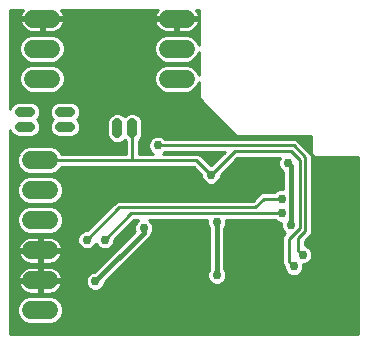
<source format=gbl>
G75*
%MOIN*%
%OFA0B0*%
%FSLAX25Y25*%
%IPPOS*%
%LPD*%
%AMOC8*
5,1,8,0,0,1.08239X$1,22.5*
%
%ADD10C,0.05906*%
%ADD11C,0.03369*%
%ADD12C,0.02975*%
%ADD13C,0.01000*%
%ADD14C,0.01600*%
D10*
X0128491Y0121850D02*
X0134396Y0121850D01*
X0134396Y0131850D02*
X0128491Y0131850D01*
X0128491Y0141850D02*
X0134396Y0141850D01*
X0134396Y0151850D02*
X0128491Y0151850D01*
X0128491Y0161850D02*
X0134396Y0161850D01*
X0134396Y0171850D02*
X0128491Y0171850D01*
X0129121Y0199094D02*
X0135026Y0199094D01*
X0135026Y0209094D02*
X0129121Y0209094D01*
X0129121Y0219094D02*
X0135026Y0219094D01*
X0174003Y0219094D02*
X0179908Y0219094D01*
X0179908Y0209094D02*
X0174003Y0209094D01*
X0174003Y0199094D02*
X0179908Y0199094D01*
D11*
X0162093Y0184204D02*
X0162093Y0180835D01*
X0157172Y0180835D02*
X0157172Y0184204D01*
X0141435Y0183012D02*
X0138066Y0183012D01*
X0138066Y0187933D02*
X0141435Y0187933D01*
X0128049Y0187933D02*
X0124681Y0187933D01*
X0124681Y0183012D02*
X0128049Y0183012D01*
D12*
X0170656Y0176811D03*
X0176656Y0181433D03*
X0188073Y0173165D03*
X0188373Y0166969D03*
X0184727Y0159780D03*
X0190341Y0151220D03*
X0200790Y0160724D03*
X0211995Y0159094D03*
X0211995Y0154173D03*
X0214948Y0150236D03*
X0221459Y0144976D03*
X0218885Y0140394D03*
X0215932Y0136457D03*
X0216538Y0130213D03*
X0203743Y0132181D03*
X0190341Y0133504D03*
X0180790Y0133402D03*
X0165932Y0149252D03*
X0173310Y0150331D03*
X0152940Y0145315D03*
X0147034Y0145315D03*
X0149790Y0131535D03*
X0214570Y0115449D03*
X0213963Y0170906D03*
D13*
X0121475Y0181907D02*
X0121475Y0113850D01*
X0237475Y0113850D01*
X0237475Y0172843D01*
X0222977Y0172843D01*
X0222069Y0173751D01*
X0222069Y0147356D01*
X0219707Y0144994D01*
X0219707Y0143503D01*
X0220690Y0143096D01*
X0221587Y0142199D01*
X0222072Y0141028D01*
X0222072Y0139760D01*
X0221587Y0138588D01*
X0220690Y0137692D01*
X0219519Y0137206D01*
X0219071Y0137206D01*
X0219119Y0137091D01*
X0219119Y0135823D01*
X0218634Y0134651D01*
X0217737Y0133755D01*
X0216566Y0133269D01*
X0215298Y0133269D01*
X0214126Y0133755D01*
X0213230Y0134651D01*
X0212744Y0135823D01*
X0212744Y0136533D01*
X0212157Y0137120D01*
X0212157Y0146620D01*
X0213107Y0147570D01*
X0212245Y0148431D01*
X0211760Y0149602D01*
X0211760Y0150870D01*
X0211808Y0150986D01*
X0211361Y0150986D01*
X0210189Y0151471D01*
X0209687Y0151973D01*
X0193479Y0151973D01*
X0193529Y0151854D01*
X0193529Y0150586D01*
X0193043Y0149415D01*
X0192841Y0149213D01*
X0192841Y0135512D01*
X0193043Y0135309D01*
X0193529Y0134138D01*
X0193529Y0132870D01*
X0193043Y0131698D01*
X0192147Y0130802D01*
X0190975Y0130317D01*
X0189707Y0130317D01*
X0188536Y0130802D01*
X0187639Y0131698D01*
X0187154Y0132870D01*
X0187154Y0134138D01*
X0187639Y0135309D01*
X0187841Y0135512D01*
X0187841Y0149213D01*
X0187639Y0149415D01*
X0187154Y0150586D01*
X0187154Y0151854D01*
X0187203Y0151973D01*
X0167691Y0151973D01*
X0167737Y0151954D01*
X0168634Y0151057D01*
X0169119Y0149886D01*
X0169119Y0148618D01*
X0168634Y0147446D01*
X0168432Y0147244D01*
X0168432Y0147180D01*
X0168051Y0146261D01*
X0152977Y0131187D01*
X0152977Y0130901D01*
X0152492Y0129730D01*
X0151596Y0128833D01*
X0150424Y0128348D01*
X0149156Y0128348D01*
X0147984Y0128833D01*
X0147088Y0129730D01*
X0146603Y0130901D01*
X0146603Y0132169D01*
X0147088Y0133341D01*
X0147984Y0134238D01*
X0149156Y0134723D01*
X0149442Y0134723D01*
X0162918Y0148199D01*
X0162744Y0148618D01*
X0162744Y0149886D01*
X0163230Y0151057D01*
X0164126Y0151954D01*
X0164172Y0151973D01*
X0162709Y0151973D01*
X0156127Y0145391D01*
X0156127Y0144681D01*
X0155642Y0143509D01*
X0154745Y0142613D01*
X0153574Y0142128D01*
X0152306Y0142128D01*
X0151134Y0142613D01*
X0150237Y0143509D01*
X0149987Y0144114D01*
X0149736Y0143509D01*
X0148840Y0142613D01*
X0147668Y0142128D01*
X0146400Y0142128D01*
X0145229Y0142613D01*
X0144332Y0143509D01*
X0143847Y0144681D01*
X0143847Y0145949D01*
X0144332Y0147120D01*
X0145229Y0148017D01*
X0146400Y0148502D01*
X0147110Y0148502D01*
X0156950Y0158342D01*
X0202225Y0158342D01*
X0205178Y0161294D01*
X0209687Y0161294D01*
X0210189Y0161797D01*
X0211361Y0162282D01*
X0212448Y0162282D01*
X0212448Y0168083D01*
X0212158Y0168203D01*
X0211261Y0169100D01*
X0210776Y0170271D01*
X0210776Y0171540D01*
X0211233Y0172643D01*
X0197158Y0172643D01*
X0191560Y0167045D01*
X0191560Y0166334D01*
X0191075Y0165163D01*
X0190178Y0164266D01*
X0189007Y0163781D01*
X0187739Y0163781D01*
X0186567Y0164266D01*
X0185671Y0165163D01*
X0185185Y0166334D01*
X0185185Y0167045D01*
X0182580Y0169650D01*
X0138521Y0169650D01*
X0138341Y0169215D01*
X0137032Y0167906D01*
X0135322Y0167198D01*
X0127565Y0167198D01*
X0125855Y0167906D01*
X0124546Y0169215D01*
X0123838Y0170925D01*
X0123838Y0172776D01*
X0124546Y0174486D01*
X0125855Y0175795D01*
X0127565Y0176503D01*
X0135322Y0176503D01*
X0137032Y0175795D01*
X0138341Y0174486D01*
X0138521Y0174050D01*
X0159893Y0174050D01*
X0159893Y0178249D01*
X0159633Y0178510D01*
X0159089Y0177966D01*
X0157845Y0177451D01*
X0156499Y0177451D01*
X0155255Y0177966D01*
X0154303Y0178918D01*
X0153788Y0180162D01*
X0153788Y0184877D01*
X0154303Y0186121D01*
X0155255Y0187073D01*
X0156499Y0187588D01*
X0157845Y0187588D01*
X0159089Y0187073D01*
X0159633Y0186529D01*
X0160176Y0187073D01*
X0161420Y0187588D01*
X0162766Y0187588D01*
X0164010Y0187073D01*
X0164962Y0186121D01*
X0165477Y0184877D01*
X0165477Y0180162D01*
X0164962Y0178918D01*
X0164293Y0178249D01*
X0164293Y0174050D01*
X0168992Y0174050D01*
X0168851Y0174109D01*
X0167954Y0175005D01*
X0167469Y0176177D01*
X0167469Y0177445D01*
X0167954Y0178617D01*
X0168851Y0179513D01*
X0170022Y0179998D01*
X0171290Y0179998D01*
X0172462Y0179513D01*
X0172964Y0179011D01*
X0216843Y0179011D01*
X0221806Y0174048D01*
X0221806Y0179929D01*
X0196993Y0179929D01*
X0195822Y0181101D01*
X0195822Y0181101D01*
X0184404Y0192518D01*
X0184404Y0197791D01*
X0183853Y0196459D01*
X0182544Y0195150D01*
X0180834Y0194442D01*
X0173077Y0194442D01*
X0171367Y0195150D01*
X0170058Y0196459D01*
X0169350Y0198169D01*
X0169350Y0200020D01*
X0170058Y0201730D01*
X0171367Y0203039D01*
X0173077Y0203747D01*
X0180834Y0203747D01*
X0182544Y0203039D01*
X0183853Y0201730D01*
X0184404Y0200398D01*
X0184404Y0207791D01*
X0183853Y0206459D01*
X0182544Y0205150D01*
X0180834Y0204442D01*
X0173077Y0204442D01*
X0171367Y0205150D01*
X0170058Y0206459D01*
X0169350Y0208169D01*
X0169350Y0210020D01*
X0170058Y0211730D01*
X0171367Y0213039D01*
X0173077Y0213747D01*
X0180834Y0213747D01*
X0182544Y0213039D01*
X0183853Y0211730D01*
X0184404Y0210398D01*
X0184404Y0222055D01*
X0183245Y0222055D01*
X0183304Y0221995D01*
X0183716Y0221428D01*
X0184035Y0220804D01*
X0184251Y0220137D01*
X0184340Y0219579D01*
X0177440Y0219579D01*
X0177440Y0218610D01*
X0184340Y0218610D01*
X0184251Y0218052D01*
X0184035Y0217385D01*
X0183716Y0216761D01*
X0183304Y0216194D01*
X0182809Y0215698D01*
X0182242Y0215286D01*
X0181617Y0214968D01*
X0180951Y0214751D01*
X0180259Y0214642D01*
X0177440Y0214642D01*
X0177440Y0218610D01*
X0176471Y0218610D01*
X0176471Y0214642D01*
X0173652Y0214642D01*
X0172960Y0214751D01*
X0172293Y0214968D01*
X0171669Y0215286D01*
X0171102Y0215698D01*
X0170606Y0216194D01*
X0170194Y0216761D01*
X0169876Y0217385D01*
X0169660Y0218052D01*
X0169571Y0218610D01*
X0176471Y0218610D01*
X0176471Y0219579D01*
X0169571Y0219579D01*
X0169660Y0220137D01*
X0169876Y0220804D01*
X0170194Y0221428D01*
X0170606Y0221995D01*
X0170666Y0222055D01*
X0138363Y0222055D01*
X0138423Y0221995D01*
X0138835Y0221428D01*
X0139153Y0220804D01*
X0139369Y0220137D01*
X0139458Y0219579D01*
X0132558Y0219579D01*
X0132558Y0218610D01*
X0139458Y0218610D01*
X0139369Y0218052D01*
X0139153Y0217385D01*
X0138835Y0216761D01*
X0138423Y0216194D01*
X0137927Y0215698D01*
X0137360Y0215286D01*
X0136736Y0214968D01*
X0136069Y0214751D01*
X0135377Y0214642D01*
X0132558Y0214642D01*
X0132558Y0218610D01*
X0131589Y0218610D01*
X0131589Y0214642D01*
X0128770Y0214642D01*
X0128078Y0214751D01*
X0127411Y0214968D01*
X0126787Y0215286D01*
X0126220Y0215698D01*
X0125724Y0216194D01*
X0125312Y0216761D01*
X0124994Y0217385D01*
X0124778Y0218052D01*
X0124689Y0218610D01*
X0131589Y0218610D01*
X0131589Y0219579D01*
X0124689Y0219579D01*
X0124778Y0220137D01*
X0124994Y0220804D01*
X0125312Y0221428D01*
X0125724Y0221995D01*
X0125784Y0222055D01*
X0121475Y0222055D01*
X0121475Y0189038D01*
X0121812Y0189850D01*
X0122764Y0190802D01*
X0124007Y0191317D01*
X0128722Y0191317D01*
X0129966Y0190802D01*
X0130918Y0189850D01*
X0131433Y0188606D01*
X0131433Y0187260D01*
X0130918Y0186016D01*
X0130374Y0185472D01*
X0130918Y0184929D01*
X0131433Y0183685D01*
X0131433Y0182339D01*
X0130918Y0181095D01*
X0129966Y0180143D01*
X0128722Y0179628D01*
X0124007Y0179628D01*
X0122764Y0180143D01*
X0121812Y0181095D01*
X0121475Y0181907D01*
X0121475Y0181746D02*
X0121542Y0181746D01*
X0121475Y0180748D02*
X0122159Y0180748D01*
X0121475Y0179749D02*
X0123714Y0179749D01*
X0121475Y0178751D02*
X0154471Y0178751D01*
X0153959Y0179749D02*
X0142402Y0179749D01*
X0142108Y0179628D02*
X0143352Y0180143D01*
X0144304Y0181095D01*
X0144819Y0182339D01*
X0144819Y0183685D01*
X0144304Y0184929D01*
X0143760Y0185472D01*
X0144304Y0186016D01*
X0144819Y0187260D01*
X0144819Y0188606D01*
X0144304Y0189850D01*
X0143352Y0190802D01*
X0142108Y0191317D01*
X0137393Y0191317D01*
X0136149Y0190802D01*
X0135197Y0189850D01*
X0134682Y0188606D01*
X0134682Y0187260D01*
X0135197Y0186016D01*
X0135741Y0185472D01*
X0135197Y0184929D01*
X0134682Y0183685D01*
X0134682Y0182339D01*
X0135197Y0181095D01*
X0136149Y0180143D01*
X0137393Y0179628D01*
X0142108Y0179628D01*
X0143957Y0180748D02*
X0153788Y0180748D01*
X0153788Y0181746D02*
X0144574Y0181746D01*
X0144819Y0182745D02*
X0153788Y0182745D01*
X0153788Y0183743D02*
X0144795Y0183743D01*
X0144381Y0184742D02*
X0153788Y0184742D01*
X0154145Y0185740D02*
X0144028Y0185740D01*
X0144603Y0186739D02*
X0154921Y0186739D01*
X0159423Y0186739D02*
X0159842Y0186739D01*
X0164344Y0186739D02*
X0190183Y0186739D01*
X0189185Y0187737D02*
X0144819Y0187737D01*
X0144766Y0188736D02*
X0188186Y0188736D01*
X0187188Y0189734D02*
X0144352Y0189734D01*
X0143421Y0190733D02*
X0186189Y0190733D01*
X0185191Y0191731D02*
X0121475Y0191731D01*
X0121475Y0190733D02*
X0122694Y0190733D01*
X0121764Y0189734D02*
X0121475Y0189734D01*
X0121475Y0192730D02*
X0184404Y0192730D01*
X0184404Y0193728D02*
X0121475Y0193728D01*
X0121475Y0194727D02*
X0127507Y0194727D01*
X0128195Y0194442D02*
X0126485Y0195150D01*
X0125176Y0196459D01*
X0124468Y0198169D01*
X0124468Y0200020D01*
X0125176Y0201730D01*
X0126485Y0203039D01*
X0128195Y0203747D01*
X0135952Y0203747D01*
X0137662Y0203039D01*
X0138971Y0201730D01*
X0139679Y0200020D01*
X0139679Y0198169D01*
X0138971Y0196459D01*
X0137662Y0195150D01*
X0135952Y0194442D01*
X0128195Y0194442D01*
X0125910Y0195725D02*
X0121475Y0195725D01*
X0121475Y0196724D02*
X0125067Y0196724D01*
X0124653Y0197722D02*
X0121475Y0197722D01*
X0121475Y0198721D02*
X0124468Y0198721D01*
X0124468Y0199719D02*
X0121475Y0199719D01*
X0121475Y0200718D02*
X0124757Y0200718D01*
X0125171Y0201716D02*
X0121475Y0201716D01*
X0121475Y0202715D02*
X0126161Y0202715D01*
X0128114Y0203713D02*
X0121475Y0203713D01*
X0121475Y0204712D02*
X0127543Y0204712D01*
X0128195Y0204442D02*
X0126485Y0205150D01*
X0125176Y0206459D01*
X0124468Y0208169D01*
X0124468Y0210020D01*
X0125176Y0211730D01*
X0126485Y0213039D01*
X0128195Y0213747D01*
X0135952Y0213747D01*
X0137662Y0213039D01*
X0138971Y0211730D01*
X0139679Y0210020D01*
X0139679Y0208169D01*
X0138971Y0206459D01*
X0137662Y0205150D01*
X0135952Y0204442D01*
X0128195Y0204442D01*
X0125925Y0205710D02*
X0121475Y0205710D01*
X0121475Y0206709D02*
X0125073Y0206709D01*
X0124659Y0207707D02*
X0121475Y0207707D01*
X0121475Y0208706D02*
X0124468Y0208706D01*
X0124468Y0209705D02*
X0121475Y0209705D01*
X0121475Y0210703D02*
X0124751Y0210703D01*
X0125165Y0211702D02*
X0121475Y0211702D01*
X0121475Y0212700D02*
X0126146Y0212700D01*
X0128078Y0213699D02*
X0121475Y0213699D01*
X0121475Y0214697D02*
X0128421Y0214697D01*
X0126223Y0215696D02*
X0121475Y0215696D01*
X0121475Y0216694D02*
X0125361Y0216694D01*
X0124894Y0217693D02*
X0121475Y0217693D01*
X0121475Y0218691D02*
X0131589Y0218691D01*
X0132558Y0218691D02*
X0176471Y0218691D01*
X0177440Y0218691D02*
X0184404Y0218691D01*
X0184404Y0217693D02*
X0184135Y0217693D01*
X0184404Y0216694D02*
X0183668Y0216694D01*
X0184404Y0215696D02*
X0182805Y0215696D01*
X0184404Y0214697D02*
X0180608Y0214697D01*
X0180951Y0213699D02*
X0184404Y0213699D01*
X0184404Y0212700D02*
X0182883Y0212700D01*
X0183864Y0211702D02*
X0184404Y0211702D01*
X0184404Y0210703D02*
X0184278Y0210703D01*
X0177440Y0214697D02*
X0176471Y0214697D01*
X0176471Y0215696D02*
X0177440Y0215696D01*
X0177440Y0216694D02*
X0176471Y0216694D01*
X0176471Y0217693D02*
X0177440Y0217693D01*
X0184322Y0219690D02*
X0184404Y0219690D01*
X0184404Y0220688D02*
X0184072Y0220688D01*
X0184404Y0221687D02*
X0183529Y0221687D01*
X0173303Y0214697D02*
X0135726Y0214697D01*
X0136069Y0213699D02*
X0172960Y0213699D01*
X0171028Y0212700D02*
X0138001Y0212700D01*
X0138982Y0211702D02*
X0170046Y0211702D01*
X0169633Y0210703D02*
X0139396Y0210703D01*
X0139679Y0209705D02*
X0169350Y0209705D01*
X0169350Y0208706D02*
X0139679Y0208706D01*
X0139488Y0207707D02*
X0169541Y0207707D01*
X0169955Y0206709D02*
X0139074Y0206709D01*
X0138222Y0205710D02*
X0170807Y0205710D01*
X0172425Y0204712D02*
X0136604Y0204712D01*
X0136033Y0203713D02*
X0172996Y0203713D01*
X0171043Y0202715D02*
X0137986Y0202715D01*
X0138976Y0201716D02*
X0170053Y0201716D01*
X0169639Y0200718D02*
X0139390Y0200718D01*
X0139679Y0199719D02*
X0169350Y0199719D01*
X0169350Y0198721D02*
X0139679Y0198721D01*
X0139494Y0197722D02*
X0169535Y0197722D01*
X0169948Y0196724D02*
X0139080Y0196724D01*
X0138237Y0195725D02*
X0170792Y0195725D01*
X0172389Y0194727D02*
X0136640Y0194727D01*
X0136080Y0190733D02*
X0130035Y0190733D01*
X0130966Y0189734D02*
X0135149Y0189734D01*
X0134736Y0188736D02*
X0131380Y0188736D01*
X0131433Y0187737D02*
X0134682Y0187737D01*
X0134898Y0186739D02*
X0131217Y0186739D01*
X0130642Y0185740D02*
X0135473Y0185740D01*
X0135120Y0184742D02*
X0130996Y0184742D01*
X0131409Y0183743D02*
X0134706Y0183743D01*
X0134682Y0182745D02*
X0131433Y0182745D01*
X0131188Y0181746D02*
X0134928Y0181746D01*
X0135544Y0180748D02*
X0130571Y0180748D01*
X0129016Y0179749D02*
X0137100Y0179749D01*
X0137072Y0175755D02*
X0159893Y0175755D01*
X0159893Y0174757D02*
X0138070Y0174757D01*
X0131444Y0171850D02*
X0161207Y0171850D01*
X0162093Y0171850D01*
X0162093Y0182520D01*
X0165477Y0182745D02*
X0194178Y0182745D01*
X0195176Y0181746D02*
X0165477Y0181746D01*
X0165477Y0180748D02*
X0196175Y0180748D01*
X0193179Y0183743D02*
X0165477Y0183743D01*
X0165477Y0184742D02*
X0192180Y0184742D01*
X0191182Y0185740D02*
X0165120Y0185740D01*
X0165306Y0179749D02*
X0169420Y0179749D01*
X0168088Y0178751D02*
X0164794Y0178751D01*
X0164293Y0177752D02*
X0167596Y0177752D01*
X0167469Y0176754D02*
X0164293Y0176754D01*
X0164293Y0175755D02*
X0167644Y0175755D01*
X0168203Y0174757D02*
X0164293Y0174757D01*
X0162093Y0171850D02*
X0183491Y0171850D01*
X0188373Y0166969D01*
X0196247Y0174843D01*
X0214948Y0174843D01*
X0217900Y0171890D01*
X0217900Y0149252D01*
X0214357Y0145709D01*
X0214357Y0138031D01*
X0215932Y0136457D01*
X0219119Y0136813D02*
X0237475Y0136813D01*
X0237475Y0135815D02*
X0219116Y0135815D01*
X0218702Y0134816D02*
X0237475Y0134816D01*
X0237475Y0133818D02*
X0217800Y0133818D01*
X0214063Y0133818D02*
X0193529Y0133818D01*
X0193508Y0132819D02*
X0237475Y0132819D01*
X0237475Y0131821D02*
X0193094Y0131821D01*
X0192167Y0130822D02*
X0237475Y0130822D01*
X0237475Y0129824D02*
X0152531Y0129824D01*
X0152945Y0130822D02*
X0188515Y0130822D01*
X0187588Y0131821D02*
X0153611Y0131821D01*
X0154609Y0132819D02*
X0187175Y0132819D01*
X0187154Y0133818D02*
X0155608Y0133818D01*
X0156606Y0134816D02*
X0187435Y0134816D01*
X0187841Y0135815D02*
X0157605Y0135815D01*
X0158603Y0136813D02*
X0187841Y0136813D01*
X0187841Y0137812D02*
X0159602Y0137812D01*
X0160600Y0138810D02*
X0187841Y0138810D01*
X0187841Y0139809D02*
X0161599Y0139809D01*
X0162597Y0140807D02*
X0187841Y0140807D01*
X0187841Y0141806D02*
X0163596Y0141806D01*
X0164594Y0142804D02*
X0187841Y0142804D01*
X0187841Y0143803D02*
X0165593Y0143803D01*
X0166591Y0144801D02*
X0187841Y0144801D01*
X0187841Y0145800D02*
X0167590Y0145800D01*
X0168274Y0146798D02*
X0187841Y0146798D01*
X0187841Y0147797D02*
X0168779Y0147797D01*
X0169119Y0148795D02*
X0187841Y0148795D01*
X0187482Y0149794D02*
X0169119Y0149794D01*
X0168744Y0150792D02*
X0187154Y0150792D01*
X0187154Y0151791D02*
X0167901Y0151791D01*
X0163963Y0151791D02*
X0162527Y0151791D01*
X0163120Y0150792D02*
X0161528Y0150792D01*
X0160530Y0149794D02*
X0162744Y0149794D01*
X0162744Y0148795D02*
X0159531Y0148795D01*
X0158533Y0147797D02*
X0162516Y0147797D01*
X0161517Y0146798D02*
X0157534Y0146798D01*
X0156536Y0145800D02*
X0160519Y0145800D01*
X0159520Y0144801D02*
X0156127Y0144801D01*
X0155763Y0143803D02*
X0158522Y0143803D01*
X0157523Y0142804D02*
X0154937Y0142804D01*
X0156525Y0141806D02*
X0131928Y0141806D01*
X0131928Y0141366D02*
X0131928Y0142335D01*
X0130959Y0142335D01*
X0130959Y0146303D01*
X0128140Y0146303D01*
X0127448Y0146193D01*
X0126782Y0145977D01*
X0126157Y0145659D01*
X0125590Y0145247D01*
X0125094Y0144751D01*
X0124682Y0144184D01*
X0124364Y0143560D01*
X0124148Y0142893D01*
X0124059Y0142335D01*
X0130959Y0142335D01*
X0130959Y0141366D01*
X0124059Y0141366D01*
X0124148Y0140808D01*
X0124364Y0140141D01*
X0124682Y0139517D01*
X0125094Y0138950D01*
X0125590Y0138454D01*
X0126157Y0138042D01*
X0126782Y0137724D01*
X0127448Y0137507D01*
X0128140Y0137398D01*
X0130959Y0137398D01*
X0130959Y0141366D01*
X0131928Y0141366D01*
X0138828Y0141366D01*
X0138739Y0140808D01*
X0138523Y0140141D01*
X0138205Y0139517D01*
X0137793Y0138950D01*
X0137297Y0138454D01*
X0136730Y0138042D01*
X0136106Y0137724D01*
X0135439Y0137507D01*
X0134747Y0137398D01*
X0131928Y0137398D01*
X0131928Y0141366D01*
X0131928Y0140807D02*
X0130959Y0140807D01*
X0130959Y0139809D02*
X0131928Y0139809D01*
X0131928Y0138810D02*
X0130959Y0138810D01*
X0130959Y0137812D02*
X0131928Y0137812D01*
X0131928Y0136303D02*
X0131928Y0132335D01*
X0130959Y0132335D01*
X0130959Y0136303D01*
X0128140Y0136303D01*
X0127448Y0136193D01*
X0126782Y0135977D01*
X0126157Y0135659D01*
X0125590Y0135247D01*
X0125094Y0134751D01*
X0124682Y0134184D01*
X0124364Y0133560D01*
X0124148Y0132893D01*
X0124059Y0132335D01*
X0130959Y0132335D01*
X0130959Y0131366D01*
X0124059Y0131366D01*
X0124148Y0130808D01*
X0124364Y0130141D01*
X0124682Y0129517D01*
X0125094Y0128950D01*
X0125590Y0128454D01*
X0126157Y0128042D01*
X0126782Y0127724D01*
X0127448Y0127507D01*
X0128140Y0127398D01*
X0130959Y0127398D01*
X0130959Y0131366D01*
X0131928Y0131366D01*
X0131928Y0132335D01*
X0138828Y0132335D01*
X0138739Y0132893D01*
X0138523Y0133560D01*
X0138205Y0134184D01*
X0137793Y0134751D01*
X0137297Y0135247D01*
X0136730Y0135659D01*
X0136106Y0135977D01*
X0135439Y0136193D01*
X0134747Y0136303D01*
X0131928Y0136303D01*
X0131928Y0135815D02*
X0130959Y0135815D01*
X0130959Y0134816D02*
X0131928Y0134816D01*
X0131928Y0133818D02*
X0130959Y0133818D01*
X0130959Y0132819D02*
X0131928Y0132819D01*
X0131928Y0131821D02*
X0146603Y0131821D01*
X0146635Y0130822D02*
X0138742Y0130822D01*
X0138739Y0130808D02*
X0138828Y0131366D01*
X0131928Y0131366D01*
X0131928Y0127398D01*
X0134747Y0127398D01*
X0135439Y0127507D01*
X0136106Y0127724D01*
X0136730Y0128042D01*
X0137297Y0128454D01*
X0137793Y0128950D01*
X0138205Y0129517D01*
X0138523Y0130141D01*
X0138739Y0130808D01*
X0138361Y0129824D02*
X0147049Y0129824D01*
X0148004Y0128825D02*
X0137668Y0128825D01*
X0136307Y0127827D02*
X0237475Y0127827D01*
X0237475Y0128825D02*
X0151576Y0128825D01*
X0146872Y0132819D02*
X0138751Y0132819D01*
X0138391Y0133818D02*
X0147565Y0133818D01*
X0149535Y0134816D02*
X0137728Y0134816D01*
X0136424Y0135815D02*
X0150534Y0135815D01*
X0151532Y0136813D02*
X0121475Y0136813D01*
X0121475Y0135815D02*
X0126463Y0135815D01*
X0125159Y0134816D02*
X0121475Y0134816D01*
X0121475Y0133818D02*
X0124496Y0133818D01*
X0124136Y0132819D02*
X0121475Y0132819D01*
X0121475Y0131821D02*
X0130959Y0131821D01*
X0130959Y0130822D02*
X0131928Y0130822D01*
X0131928Y0129824D02*
X0130959Y0129824D01*
X0130959Y0128825D02*
X0131928Y0128825D01*
X0131928Y0127827D02*
X0130959Y0127827D01*
X0127565Y0126503D02*
X0125855Y0125795D01*
X0124546Y0124486D01*
X0123838Y0122776D01*
X0123838Y0120925D01*
X0124546Y0119215D01*
X0125855Y0117906D01*
X0127565Y0117198D01*
X0135322Y0117198D01*
X0137032Y0117906D01*
X0138341Y0119215D01*
X0139049Y0120925D01*
X0139049Y0122776D01*
X0138341Y0124486D01*
X0137032Y0125795D01*
X0135322Y0126503D01*
X0127565Y0126503D01*
X0126580Y0127827D02*
X0121475Y0127827D01*
X0121475Y0128825D02*
X0125219Y0128825D01*
X0124526Y0129824D02*
X0121475Y0129824D01*
X0121475Y0130822D02*
X0124145Y0130822D01*
X0121475Y0126828D02*
X0237475Y0126828D01*
X0237475Y0125830D02*
X0136948Y0125830D01*
X0137996Y0124831D02*
X0237475Y0124831D01*
X0237475Y0123833D02*
X0138611Y0123833D01*
X0139025Y0122834D02*
X0237475Y0122834D01*
X0237475Y0121836D02*
X0139049Y0121836D01*
X0139013Y0120837D02*
X0237475Y0120837D01*
X0237475Y0119838D02*
X0138599Y0119838D01*
X0137966Y0118840D02*
X0237475Y0118840D01*
X0237475Y0117841D02*
X0136876Y0117841D01*
X0126011Y0117841D02*
X0121475Y0117841D01*
X0121475Y0116843D02*
X0237475Y0116843D01*
X0237475Y0115844D02*
X0121475Y0115844D01*
X0121475Y0114846D02*
X0237475Y0114846D01*
X0213161Y0134816D02*
X0193248Y0134816D01*
X0192841Y0135815D02*
X0212748Y0135815D01*
X0212464Y0136813D02*
X0192841Y0136813D01*
X0192841Y0137812D02*
X0212157Y0137812D01*
X0212157Y0138810D02*
X0192841Y0138810D01*
X0192841Y0139809D02*
X0212157Y0139809D01*
X0212157Y0140807D02*
X0192841Y0140807D01*
X0192841Y0141806D02*
X0212157Y0141806D01*
X0212157Y0142804D02*
X0192841Y0142804D01*
X0192841Y0143803D02*
X0212157Y0143803D01*
X0212157Y0144801D02*
X0192841Y0144801D01*
X0192841Y0145800D02*
X0212157Y0145800D01*
X0212335Y0146798D02*
X0192841Y0146798D01*
X0192841Y0147797D02*
X0212879Y0147797D01*
X0212094Y0148795D02*
X0192841Y0148795D01*
X0193200Y0149794D02*
X0211760Y0149794D01*
X0211760Y0150792D02*
X0193529Y0150792D01*
X0193529Y0151791D02*
X0209869Y0151791D01*
X0211995Y0154173D02*
X0161798Y0154173D01*
X0152940Y0145315D01*
X0150116Y0143803D02*
X0149858Y0143803D01*
X0149031Y0142804D02*
X0150943Y0142804D01*
X0147034Y0145315D02*
X0157861Y0156142D01*
X0203136Y0156142D01*
X0206089Y0159094D01*
X0211995Y0159094D01*
X0210169Y0161776D02*
X0139049Y0161776D01*
X0139049Y0160925D02*
X0139049Y0162776D01*
X0138341Y0164486D01*
X0137032Y0165795D01*
X0135322Y0166503D01*
X0127565Y0166503D01*
X0125855Y0165795D01*
X0124546Y0164486D01*
X0123838Y0162776D01*
X0123838Y0160925D01*
X0124546Y0159215D01*
X0125855Y0157906D01*
X0127565Y0157198D01*
X0135322Y0157198D01*
X0137032Y0157906D01*
X0138341Y0159215D01*
X0139049Y0160925D01*
X0138988Y0160777D02*
X0204661Y0160777D01*
X0203662Y0159779D02*
X0138574Y0159779D01*
X0137906Y0158780D02*
X0202664Y0158780D01*
X0212448Y0162774D02*
X0139049Y0162774D01*
X0138636Y0163773D02*
X0212448Y0163773D01*
X0212448Y0164771D02*
X0190683Y0164771D01*
X0191326Y0165770D02*
X0212448Y0165770D01*
X0212448Y0166769D02*
X0191560Y0166769D01*
X0192282Y0167767D02*
X0212448Y0167767D01*
X0211596Y0168766D02*
X0193281Y0168766D01*
X0194280Y0169764D02*
X0210986Y0169764D01*
X0210776Y0170763D02*
X0195278Y0170763D01*
X0196277Y0171761D02*
X0210868Y0171761D01*
X0215932Y0176811D02*
X0219869Y0172874D01*
X0219869Y0148268D01*
X0217507Y0145906D01*
X0217507Y0141772D01*
X0218885Y0140394D01*
X0221750Y0141806D02*
X0237475Y0141806D01*
X0237475Y0142804D02*
X0220982Y0142804D01*
X0219707Y0143803D02*
X0237475Y0143803D01*
X0237475Y0144801D02*
X0219707Y0144801D01*
X0220512Y0145800D02*
X0237475Y0145800D01*
X0237475Y0146798D02*
X0221511Y0146798D01*
X0222069Y0147797D02*
X0237475Y0147797D01*
X0237475Y0148795D02*
X0222069Y0148795D01*
X0222069Y0149794D02*
X0237475Y0149794D01*
X0237475Y0150792D02*
X0222069Y0150792D01*
X0222069Y0151791D02*
X0237475Y0151791D01*
X0237475Y0152789D02*
X0222069Y0152789D01*
X0222069Y0153788D02*
X0237475Y0153788D01*
X0237475Y0154786D02*
X0222069Y0154786D01*
X0222069Y0155785D02*
X0237475Y0155785D01*
X0237475Y0156783D02*
X0222069Y0156783D01*
X0222069Y0157782D02*
X0237475Y0157782D01*
X0237475Y0158780D02*
X0222069Y0158780D01*
X0222069Y0159779D02*
X0237475Y0159779D01*
X0237475Y0160777D02*
X0222069Y0160777D01*
X0222069Y0161776D02*
X0237475Y0161776D01*
X0237475Y0162774D02*
X0222069Y0162774D01*
X0222069Y0163773D02*
X0237475Y0163773D01*
X0237475Y0164771D02*
X0222069Y0164771D01*
X0222069Y0165770D02*
X0237475Y0165770D01*
X0237475Y0166769D02*
X0222069Y0166769D01*
X0222069Y0167767D02*
X0237475Y0167767D01*
X0237475Y0168766D02*
X0222069Y0168766D01*
X0222069Y0169764D02*
X0237475Y0169764D01*
X0237475Y0170763D02*
X0222069Y0170763D01*
X0222069Y0171761D02*
X0237475Y0171761D01*
X0237475Y0172760D02*
X0222069Y0172760D01*
X0221806Y0174757D02*
X0221097Y0174757D01*
X0221806Y0175755D02*
X0220099Y0175755D01*
X0219100Y0176754D02*
X0221806Y0176754D01*
X0221806Y0177752D02*
X0218102Y0177752D01*
X0217103Y0178751D02*
X0221806Y0178751D01*
X0221806Y0179749D02*
X0171892Y0179749D01*
X0170656Y0176811D02*
X0215932Y0176811D01*
X0192904Y0174611D02*
X0172964Y0174611D01*
X0172462Y0174109D01*
X0172320Y0174050D01*
X0184402Y0174050D01*
X0188297Y0170156D01*
X0188449Y0170156D01*
X0192904Y0174611D01*
X0192051Y0173758D02*
X0184694Y0173758D01*
X0185693Y0172760D02*
X0191053Y0172760D01*
X0190054Y0171761D02*
X0186691Y0171761D01*
X0187690Y0170763D02*
X0189055Y0170763D01*
X0184463Y0167767D02*
X0136696Y0167767D01*
X0137891Y0168766D02*
X0183464Y0168766D01*
X0185185Y0166769D02*
X0121475Y0166769D01*
X0121475Y0167767D02*
X0126191Y0167767D01*
X0124996Y0168766D02*
X0121475Y0168766D01*
X0121475Y0169764D02*
X0124319Y0169764D01*
X0123905Y0170763D02*
X0121475Y0170763D01*
X0121475Y0171761D02*
X0123838Y0171761D01*
X0123838Y0172760D02*
X0121475Y0172760D01*
X0121475Y0173758D02*
X0124245Y0173758D01*
X0124817Y0174757D02*
X0121475Y0174757D01*
X0121475Y0175755D02*
X0125816Y0175755D01*
X0121475Y0176754D02*
X0159893Y0176754D01*
X0159893Y0177752D02*
X0158572Y0177752D01*
X0155772Y0177752D02*
X0121475Y0177752D01*
X0121475Y0165770D02*
X0125830Y0165770D01*
X0124832Y0164771D02*
X0121475Y0164771D01*
X0121475Y0163773D02*
X0124251Y0163773D01*
X0123838Y0162774D02*
X0121475Y0162774D01*
X0121475Y0161776D02*
X0123838Y0161776D01*
X0123899Y0160777D02*
X0121475Y0160777D01*
X0121475Y0159779D02*
X0124313Y0159779D01*
X0124981Y0158780D02*
X0121475Y0158780D01*
X0121475Y0157782D02*
X0126155Y0157782D01*
X0127565Y0156503D02*
X0125855Y0155795D01*
X0124546Y0154486D01*
X0123838Y0152776D01*
X0123838Y0150925D01*
X0124546Y0149215D01*
X0125855Y0147906D01*
X0127565Y0147198D01*
X0135322Y0147198D01*
X0137032Y0147906D01*
X0138341Y0149215D01*
X0139049Y0150925D01*
X0139049Y0152776D01*
X0138341Y0154486D01*
X0137032Y0155795D01*
X0135322Y0156503D01*
X0127565Y0156503D01*
X0125845Y0155785D02*
X0121475Y0155785D01*
X0121475Y0156783D02*
X0155391Y0156783D01*
X0154393Y0155785D02*
X0137042Y0155785D01*
X0138040Y0154786D02*
X0153394Y0154786D01*
X0152396Y0153788D02*
X0138630Y0153788D01*
X0139043Y0152789D02*
X0151397Y0152789D01*
X0150399Y0151791D02*
X0139049Y0151791D01*
X0138994Y0150792D02*
X0149400Y0150792D01*
X0148402Y0149794D02*
X0138581Y0149794D01*
X0137921Y0148795D02*
X0147403Y0148795D01*
X0145008Y0147797D02*
X0136768Y0147797D01*
X0136106Y0145977D02*
X0135439Y0146193D01*
X0134747Y0146303D01*
X0131928Y0146303D01*
X0131928Y0142335D01*
X0138828Y0142335D01*
X0138739Y0142893D01*
X0138523Y0143560D01*
X0138205Y0144184D01*
X0137793Y0144751D01*
X0137297Y0145247D01*
X0136730Y0145659D01*
X0136106Y0145977D01*
X0136453Y0145800D02*
X0143847Y0145800D01*
X0143847Y0144801D02*
X0137743Y0144801D01*
X0138399Y0143803D02*
X0144210Y0143803D01*
X0145037Y0142804D02*
X0138753Y0142804D01*
X0138739Y0140807D02*
X0155526Y0140807D01*
X0154528Y0139809D02*
X0138353Y0139809D01*
X0137653Y0138810D02*
X0153529Y0138810D01*
X0152531Y0137812D02*
X0136278Y0137812D01*
X0130959Y0141806D02*
X0121475Y0141806D01*
X0121475Y0142804D02*
X0124134Y0142804D01*
X0124488Y0143803D02*
X0121475Y0143803D01*
X0121475Y0144801D02*
X0125145Y0144801D01*
X0126434Y0145800D02*
X0121475Y0145800D01*
X0121475Y0146798D02*
X0144199Y0146798D01*
X0131928Y0145800D02*
X0130959Y0145800D01*
X0130959Y0144801D02*
X0131928Y0144801D01*
X0131928Y0143803D02*
X0130959Y0143803D01*
X0130959Y0142804D02*
X0131928Y0142804D01*
X0126609Y0137812D02*
X0121475Y0137812D01*
X0121475Y0138810D02*
X0125234Y0138810D01*
X0124534Y0139809D02*
X0121475Y0139809D01*
X0121475Y0140807D02*
X0124148Y0140807D01*
X0126119Y0147797D02*
X0121475Y0147797D01*
X0121475Y0148795D02*
X0124966Y0148795D01*
X0124307Y0149794D02*
X0121475Y0149794D01*
X0121475Y0150792D02*
X0123893Y0150792D01*
X0123838Y0151791D02*
X0121475Y0151791D01*
X0121475Y0152789D02*
X0123844Y0152789D01*
X0124257Y0153788D02*
X0121475Y0153788D01*
X0121475Y0154786D02*
X0124847Y0154786D01*
X0136732Y0157782D02*
X0156390Y0157782D01*
X0138055Y0164771D02*
X0186062Y0164771D01*
X0185419Y0165770D02*
X0137057Y0165770D01*
X0181522Y0194727D02*
X0184404Y0194727D01*
X0184404Y0195725D02*
X0183119Y0195725D01*
X0183962Y0196724D02*
X0184404Y0196724D01*
X0184376Y0197722D02*
X0184404Y0197722D01*
X0184404Y0200718D02*
X0184272Y0200718D01*
X0184404Y0201716D02*
X0183858Y0201716D01*
X0184404Y0202715D02*
X0182868Y0202715D01*
X0184404Y0203713D02*
X0180915Y0203713D01*
X0181486Y0204712D02*
X0184404Y0204712D01*
X0184404Y0205710D02*
X0183104Y0205710D01*
X0183956Y0206709D02*
X0184404Y0206709D01*
X0184370Y0207707D02*
X0184404Y0207707D01*
X0171105Y0215696D02*
X0137923Y0215696D01*
X0138786Y0216694D02*
X0170243Y0216694D01*
X0169776Y0217693D02*
X0139253Y0217693D01*
X0139440Y0219690D02*
X0169589Y0219690D01*
X0169839Y0220688D02*
X0139190Y0220688D01*
X0138647Y0221687D02*
X0170382Y0221687D01*
X0132558Y0217693D02*
X0131589Y0217693D01*
X0131589Y0216694D02*
X0132558Y0216694D01*
X0132558Y0215696D02*
X0131589Y0215696D01*
X0131589Y0214697D02*
X0132558Y0214697D01*
X0124707Y0219690D02*
X0121475Y0219690D01*
X0121475Y0220688D02*
X0124957Y0220688D01*
X0125500Y0221687D02*
X0121475Y0221687D01*
X0222072Y0140807D02*
X0237475Y0140807D01*
X0237475Y0139809D02*
X0222072Y0139809D01*
X0221679Y0138810D02*
X0237475Y0138810D01*
X0237475Y0137812D02*
X0220810Y0137812D01*
X0125939Y0125830D02*
X0121475Y0125830D01*
X0121475Y0124831D02*
X0124891Y0124831D01*
X0124276Y0123833D02*
X0121475Y0123833D01*
X0121475Y0122834D02*
X0123862Y0122834D01*
X0123838Y0121836D02*
X0121475Y0121836D01*
X0121475Y0120837D02*
X0123874Y0120837D01*
X0124288Y0119838D02*
X0121475Y0119838D01*
X0121475Y0118840D02*
X0124921Y0118840D01*
D14*
X0149790Y0131535D02*
X0165932Y0147677D01*
X0165932Y0149252D01*
X0190341Y0151220D02*
X0190341Y0133504D01*
X0214948Y0150236D02*
X0214948Y0169921D01*
X0213963Y0170906D01*
M02*

</source>
